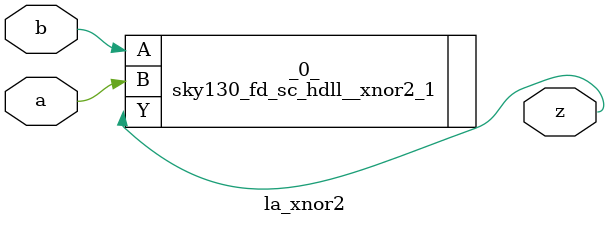
<source format=v>

/* Generated by Yosys 0.37 (git sha1 a5c7f69ed, clang 14.0.0-1ubuntu1.1 -fPIC -Os) */

module la_xnor2(a, b, z);
  input a;
  wire a;
  input b;
  wire b;
  output z;
  wire z;
  sky130_fd_sc_hdll__xnor2_1 _0_ (
    .A(b),
    .B(a),
    .Y(z)
  );
endmodule

</source>
